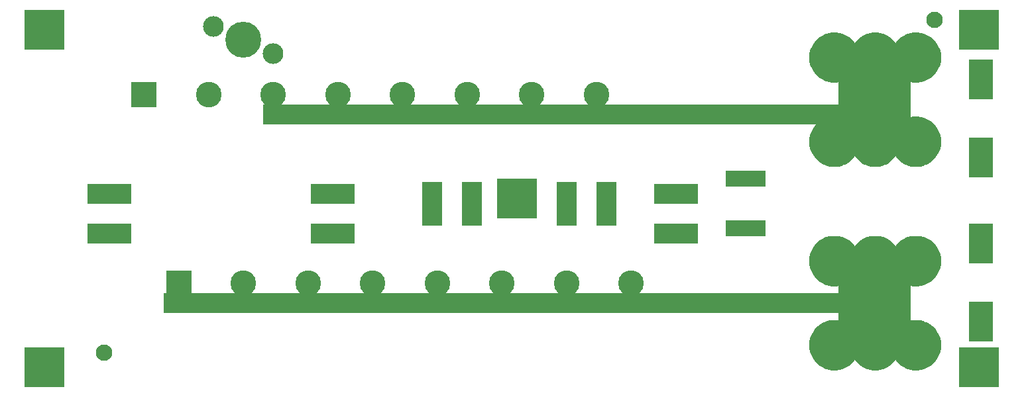
<source format=gbs>
*%FSLAX24Y24*%
*%MOIN*%
G01*
%ADD11C,0.0060*%
%ADD12C,0.0073*%
%ADD13C,0.0080*%
%ADD14C,0.0098*%
%ADD15C,0.0100*%
%ADD16C,0.0120*%
%ADD17C,0.0150*%
%ADD18C,0.0160*%
%ADD19C,0.0197*%
%ADD20C,0.0200*%
%ADD21C,0.0250*%
%ADD22C,0.0300*%
%ADD23C,0.0300*%
%ADD24C,0.0394*%
%ADD25C,0.0397*%
%ADD26C,0.0400*%
%ADD27C,0.0434*%
%ADD28C,0.0500*%
%ADD29C,0.0500*%
%ADD30C,0.0700*%
%ADD31C,0.0700*%
%ADD32C,0.0720*%
%ADD33C,0.0827*%
%ADD34C,0.0920*%
%ADD35C,0.1000*%
%ADD36C,0.1000*%
%ADD37C,0.1040*%
%ADD38C,0.1210*%
%ADD39C,0.1250*%
%ADD40C,0.1290*%
%ADD41C,0.1500*%
%ADD42C,0.1560*%
%ADD43C,0.1700*%
%ADD44C,0.1772*%
%ADD45C,0.1812*%
%ADD46C,0.2400*%
%ADD47C,0.2500*%
%ADD48C,0.2500*%
%ADD49R,0.0900X0.2100*%
%ADD50R,0.1000X0.1000*%
%ADD51R,0.1000X0.2200*%
%ADD52R,0.1040X0.2240*%
%ADD53R,0.1050X0.1800*%
%ADD54R,0.1050X0.1850*%
%ADD55R,0.1181X0.1969*%
%ADD56R,0.1221X0.2009*%
%ADD57R,0.1250X0.1250*%
%ADD58R,0.1290X0.1290*%
%ADD59R,0.1500X0.1500*%
%ADD60R,0.1700X0.1700*%
%ADD61R,0.1900X0.0700*%
%ADD62R,0.2000X0.0750*%
%ADD63R,0.2000X0.2000*%
%ADD64R,0.2040X0.0790*%
%ADD65R,0.2040X0.2040*%
%ADD66R,0.2100X0.0900*%
%ADD67R,0.2200X0.1000*%
%ADD68R,0.2200X0.2200*%
%ADD69R,0.2240X0.1040*%
%ADD70R,0.2500X0.2500*%
D27*
X60040Y28630D02*
D03*
X18290Y11880D02*
D03*
D31*
X58170Y22510D02*
X58171D01*
X58170D02*
X58180Y22373D01*
X58211Y22239D01*
X58261Y22111D01*
X58330Y21992D01*
X58416Y21884D01*
X58516Y21791D01*
X58630Y21713D01*
X58754Y21654D01*
X58885Y21613D01*
X59021Y21593D01*
X59159D01*
X59295Y21613D01*
X59426Y21654D01*
X59550Y21713D01*
X59664Y21791D01*
X59764Y21884D01*
X59850Y21992D01*
X59919Y22111D01*
X59969Y22239D01*
X60000Y22373D01*
X60010Y22510D01*
X60011D01*
X60010D02*
X60000Y22647D01*
X59969Y22781D01*
X59919Y22909D01*
X59850Y23028D01*
X59764Y23136D01*
X59664Y23229D01*
X59550Y23307D01*
X59426Y23366D01*
X59295Y23407D01*
X59159Y23427D01*
X59021D01*
X58885Y23407D01*
X58754Y23366D01*
X58630Y23307D01*
X58516Y23229D01*
X58416Y23136D01*
X58330Y23028D01*
X58261Y22909D01*
X58211Y22781D01*
X58180Y22647D01*
X58170Y22510D01*
X58850D02*
X58851D01*
X58850D02*
X58864Y22428D01*
X58906Y22356D01*
X58970Y22302D01*
X59048Y22274D01*
X59132D01*
X59210Y22302D01*
X59274Y22356D01*
X59316Y22428D01*
X59330Y22510D01*
X59331D01*
X59330D02*
X59316Y22592D01*
X59274Y22664D01*
X59210Y22718D01*
X59132Y22746D01*
X59048D01*
X58970Y22718D01*
X58906Y22664D01*
X58864Y22592D01*
X58850Y22510D01*
X58170Y26750D02*
X58171D01*
X58170D02*
X58180Y26613D01*
X58211Y26479D01*
X58261Y26351D01*
X58330Y26232D01*
X58416Y26124D01*
X58516Y26031D01*
X58630Y25953D01*
X58754Y25894D01*
X58885Y25853D01*
X59021Y25833D01*
X59159D01*
X59295Y25853D01*
X59426Y25894D01*
X59550Y25953D01*
X59664Y26031D01*
X59764Y26124D01*
X59850Y26232D01*
X59919Y26351D01*
X59969Y26479D01*
X60000Y26613D01*
X60010Y26750D01*
X60011D01*
X60010D02*
X60000Y26887D01*
X59969Y27021D01*
X59919Y27149D01*
X59850Y27268D01*
X59764Y27376D01*
X59664Y27469D01*
X59550Y27547D01*
X59426Y27606D01*
X59295Y27647D01*
X59159Y27667D01*
X59021D01*
X58885Y27647D01*
X58754Y27606D01*
X58630Y27547D01*
X58516Y27469D01*
X58416Y27376D01*
X58330Y27268D01*
X58261Y27149D01*
X58211Y27021D01*
X58180Y26887D01*
X58170Y26750D01*
X58850D02*
X58851D01*
X58850D02*
X58864Y26668D01*
X58906Y26596D01*
X58970Y26542D01*
X59048Y26514D01*
X59132D01*
X59210Y26542D01*
X59274Y26596D01*
X59316Y26668D01*
X59330Y26750D01*
X59331D01*
X59330D02*
X59316Y26832D01*
X59274Y26904D01*
X59210Y26958D01*
X59132Y26986D01*
X59048D01*
X58970Y26958D01*
X58906Y26904D01*
X58864Y26832D01*
X58850Y26750D01*
X56120D02*
X56121D01*
X56120D02*
X56130Y26613D01*
X56161Y26479D01*
X56211Y26351D01*
X56280Y26232D01*
X56366Y26124D01*
X56466Y26031D01*
X56580Y25953D01*
X56704Y25894D01*
X56835Y25853D01*
X56971Y25833D01*
X57109D01*
X57245Y25853D01*
X57376Y25894D01*
X57500Y25953D01*
X57614Y26031D01*
X57714Y26124D01*
X57800Y26232D01*
X57869Y26351D01*
X57919Y26479D01*
X57950Y26613D01*
X57960Y26750D01*
X57961D01*
X57960D02*
X57950Y26887D01*
X57919Y27021D01*
X57869Y27149D01*
X57800Y27268D01*
X57714Y27376D01*
X57614Y27469D01*
X57500Y27547D01*
X57376Y27606D01*
X57245Y27647D01*
X57109Y27667D01*
X56971D01*
X56835Y27647D01*
X56704Y27606D01*
X56580Y27547D01*
X56466Y27469D01*
X56366Y27376D01*
X56280Y27268D01*
X56211Y27149D01*
X56161Y27021D01*
X56130Y26887D01*
X56120Y26750D01*
X56800D02*
X56801D01*
X56800D02*
X56814Y26668D01*
X56856Y26596D01*
X56920Y26542D01*
X56998Y26514D01*
X57082D01*
X57160Y26542D01*
X57224Y26596D01*
X57266Y26668D01*
X57280Y26750D01*
X57281D01*
X57280D02*
X57266Y26832D01*
X57224Y26904D01*
X57160Y26958D01*
X57082Y26986D01*
X56998D01*
X56920Y26958D01*
X56856Y26904D01*
X56814Y26832D01*
X56800Y26750D01*
X56120Y22510D02*
X56121D01*
X56120D02*
X56130Y22373D01*
X56161Y22239D01*
X56211Y22111D01*
X56280Y21992D01*
X56366Y21884D01*
X56466Y21791D01*
X56580Y21713D01*
X56704Y21654D01*
X56835Y21613D01*
X56971Y21593D01*
X57109D01*
X57245Y21613D01*
X57376Y21654D01*
X57500Y21713D01*
X57614Y21791D01*
X57714Y21884D01*
X57800Y21992D01*
X57869Y22111D01*
X57919Y22239D01*
X57950Y22373D01*
X57960Y22510D01*
X57961D01*
X57960D02*
X57950Y22647D01*
X57919Y22781D01*
X57869Y22909D01*
X57800Y23028D01*
X57714Y23136D01*
X57614Y23229D01*
X57500Y23307D01*
X57376Y23366D01*
X57245Y23407D01*
X57109Y23427D01*
X56971D01*
X56835Y23407D01*
X56704Y23366D01*
X56580Y23307D01*
X56466Y23229D01*
X56366Y23136D01*
X56280Y23028D01*
X56211Y22909D01*
X56161Y22781D01*
X56130Y22647D01*
X56120Y22510D01*
X56800D02*
X56801D01*
X56800D02*
X56814Y22428D01*
X56856Y22356D01*
X56920Y22302D01*
X56998Y22274D01*
X57082D01*
X57160Y22302D01*
X57224Y22356D01*
X57266Y22428D01*
X57280Y22510D01*
X57281D01*
X57280D02*
X57266Y22592D01*
X57224Y22664D01*
X57160Y22718D01*
X57082Y22746D01*
X56998D01*
X56920Y22718D01*
X56856Y22664D01*
X56814Y22592D01*
X56800Y22510D01*
X54070D02*
X54071D01*
X54070D02*
X54080Y22373D01*
X54111Y22239D01*
X54161Y22111D01*
X54230Y21992D01*
X54316Y21884D01*
X54416Y21791D01*
X54530Y21713D01*
X54654Y21654D01*
X54785Y21613D01*
X54921Y21593D01*
X55059D01*
X55195Y21613D01*
X55326Y21654D01*
X55450Y21713D01*
X55564Y21791D01*
X55664Y21884D01*
X55750Y21992D01*
X55819Y22111D01*
X55869Y22239D01*
X55900Y22373D01*
X55910Y22510D01*
X55911D01*
X55910D02*
X55900Y22647D01*
X55869Y22781D01*
X55819Y22909D01*
X55750Y23028D01*
X55664Y23136D01*
X55564Y23229D01*
X55450Y23307D01*
X55326Y23366D01*
X55195Y23407D01*
X55059Y23427D01*
X54921D01*
X54785Y23407D01*
X54654Y23366D01*
X54530Y23307D01*
X54416Y23229D01*
X54316Y23136D01*
X54230Y23028D01*
X54161Y22909D01*
X54111Y22781D01*
X54080Y22647D01*
X54070Y22510D01*
X54750D02*
X54751D01*
X54750D02*
X54764Y22428D01*
X54806Y22356D01*
X54870Y22302D01*
X54948Y22274D01*
X55032D01*
X55110Y22302D01*
X55174Y22356D01*
X55216Y22428D01*
X55230Y22510D01*
X55231D01*
X55230D02*
X55216Y22592D01*
X55174Y22664D01*
X55110Y22718D01*
X55032Y22746D01*
X54948D01*
X54870Y22718D01*
X54806Y22664D01*
X54764Y22592D01*
X54750Y22510D01*
X54070Y26750D02*
X54071D01*
X54070D02*
X54080Y26613D01*
X54111Y26479D01*
X54161Y26351D01*
X54230Y26232D01*
X54316Y26124D01*
X54416Y26031D01*
X54530Y25953D01*
X54654Y25894D01*
X54785Y25853D01*
X54921Y25833D01*
X55059D01*
X55195Y25853D01*
X55326Y25894D01*
X55450Y25953D01*
X55564Y26031D01*
X55664Y26124D01*
X55750Y26232D01*
X55819Y26351D01*
X55869Y26479D01*
X55900Y26613D01*
X55910Y26750D01*
X55911D01*
X55910D02*
X55900Y26887D01*
X55869Y27021D01*
X55819Y27149D01*
X55750Y27268D01*
X55664Y27376D01*
X55564Y27469D01*
X55450Y27547D01*
X55326Y27606D01*
X55195Y27647D01*
X55059Y27667D01*
X54921D01*
X54785Y27647D01*
X54654Y27606D01*
X54530Y27547D01*
X54416Y27469D01*
X54316Y27376D01*
X54230Y27268D01*
X54161Y27149D01*
X54111Y27021D01*
X54080Y26887D01*
X54070Y26750D01*
X54750D02*
X54751D01*
X54750D02*
X54764Y26668D01*
X54806Y26596D01*
X54870Y26542D01*
X54948Y26514D01*
X55032D01*
X55110Y26542D01*
X55174Y26596D01*
X55216Y26668D01*
X55230Y26750D01*
X55231D01*
X55230D02*
X55216Y26832D01*
X55174Y26904D01*
X55110Y26958D01*
X55032Y26986D01*
X54948D01*
X54870Y26958D01*
X54806Y26904D01*
X54764Y26832D01*
X54750Y26750D01*
X58170Y12260D02*
X58171D01*
X58170D02*
X58180Y12123D01*
X58211Y11989D01*
X58261Y11861D01*
X58330Y11742D01*
X58416Y11634D01*
X58516Y11541D01*
X58630Y11463D01*
X58754Y11404D01*
X58885Y11363D01*
X59021Y11343D01*
X59159D01*
X59295Y11363D01*
X59426Y11404D01*
X59550Y11463D01*
X59664Y11541D01*
X59764Y11634D01*
X59850Y11742D01*
X59919Y11861D01*
X59969Y11989D01*
X60000Y12123D01*
X60010Y12260D01*
X60011D01*
X60010D02*
X60000Y12397D01*
X59969Y12531D01*
X59919Y12659D01*
X59850Y12778D01*
X59764Y12886D01*
X59664Y12979D01*
X59550Y13057D01*
X59426Y13116D01*
X59295Y13157D01*
X59159Y13177D01*
X59021D01*
X58885Y13157D01*
X58754Y13116D01*
X58630Y13057D01*
X58516Y12979D01*
X58416Y12886D01*
X58330Y12778D01*
X58261Y12659D01*
X58211Y12531D01*
X58180Y12397D01*
X58170Y12260D01*
X58850D02*
X58851D01*
X58850D02*
X58864Y12178D01*
X58906Y12106D01*
X58970Y12052D01*
X59048Y12024D01*
X59132D01*
X59210Y12052D01*
X59274Y12106D01*
X59316Y12178D01*
X59330Y12260D01*
X59331D01*
X59330D02*
X59316Y12342D01*
X59274Y12414D01*
X59210Y12468D01*
X59132Y12496D01*
X59048D01*
X58970Y12468D01*
X58906Y12414D01*
X58864Y12342D01*
X58850Y12260D01*
X58170Y16500D02*
X58171D01*
X58170D02*
X58180Y16363D01*
X58211Y16229D01*
X58261Y16101D01*
X58330Y15982D01*
X58416Y15874D01*
X58516Y15781D01*
X58630Y15703D01*
X58754Y15644D01*
X58885Y15603D01*
X59021Y15583D01*
X59159D01*
X59295Y15603D01*
X59426Y15644D01*
X59550Y15703D01*
X59664Y15781D01*
X59764Y15874D01*
X59850Y15982D01*
X59919Y16101D01*
X59969Y16229D01*
X60000Y16363D01*
X60010Y16500D01*
X60011D01*
X60010D02*
X60000Y16637D01*
X59969Y16771D01*
X59919Y16899D01*
X59850Y17018D01*
X59764Y17126D01*
X59664Y17219D01*
X59550Y17297D01*
X59426Y17356D01*
X59295Y17397D01*
X59159Y17417D01*
X59021D01*
X58885Y17397D01*
X58754Y17356D01*
X58630Y17297D01*
X58516Y17219D01*
X58416Y17126D01*
X58330Y17018D01*
X58261Y16899D01*
X58211Y16771D01*
X58180Y16637D01*
X58170Y16500D01*
X58850D02*
X58851D01*
X58850D02*
X58864Y16418D01*
X58906Y16346D01*
X58970Y16292D01*
X59048Y16264D01*
X59132D01*
X59210Y16292D01*
X59274Y16346D01*
X59316Y16418D01*
X59330Y16500D01*
X59331D01*
X59330D02*
X59316Y16582D01*
X59274Y16654D01*
X59210Y16708D01*
X59132Y16736D01*
X59048D01*
X58970Y16708D01*
X58906Y16654D01*
X58864Y16582D01*
X58850Y16500D01*
X56120D02*
X56121D01*
X56120D02*
X56130Y16363D01*
X56161Y16229D01*
X56211Y16101D01*
X56280Y15982D01*
X56366Y15874D01*
X56466Y15781D01*
X56580Y15703D01*
X56704Y15644D01*
X56835Y15603D01*
X56971Y15583D01*
X57109D01*
X57245Y15603D01*
X57376Y15644D01*
X57500Y15703D01*
X57614Y15781D01*
X57714Y15874D01*
X57800Y15982D01*
X57869Y16101D01*
X57919Y16229D01*
X57950Y16363D01*
X57960Y16500D01*
X57961D01*
X57960D02*
X57950Y16637D01*
X57919Y16771D01*
X57869Y16899D01*
X57800Y17018D01*
X57714Y17126D01*
X57614Y17219D01*
X57500Y17297D01*
X57376Y17356D01*
X57245Y17397D01*
X57109Y17417D01*
X56971D01*
X56835Y17397D01*
X56704Y17356D01*
X56580Y17297D01*
X56466Y17219D01*
X56366Y17126D01*
X56280Y17018D01*
X56211Y16899D01*
X56161Y16771D01*
X56130Y16637D01*
X56120Y16500D01*
X56800D02*
X56801D01*
X56800D02*
X56814Y16418D01*
X56856Y16346D01*
X56920Y16292D01*
X56998Y16264D01*
X57082D01*
X57160Y16292D01*
X57224Y16346D01*
X57266Y16418D01*
X57280Y16500D01*
X57281D01*
X57280D02*
X57266Y16582D01*
X57224Y16654D01*
X57160Y16708D01*
X57082Y16736D01*
X56998D01*
X56920Y16708D01*
X56856Y16654D01*
X56814Y16582D01*
X56800Y16500D01*
X56120Y12260D02*
X56121D01*
X56120D02*
X56130Y12123D01*
X56161Y11989D01*
X56211Y11861D01*
X56280Y11742D01*
X56366Y11634D01*
X56466Y11541D01*
X56580Y11463D01*
X56704Y11404D01*
X56835Y11363D01*
X56971Y11343D01*
X57109D01*
X57245Y11363D01*
X57376Y11404D01*
X57500Y11463D01*
X57614Y11541D01*
X57714Y11634D01*
X57800Y11742D01*
X57869Y11861D01*
X57919Y11989D01*
X57950Y12123D01*
X57960Y12260D01*
X57961D01*
X57960D02*
X57950Y12397D01*
X57919Y12531D01*
X57869Y12659D01*
X57800Y12778D01*
X57714Y12886D01*
X57614Y12979D01*
X57500Y13057D01*
X57376Y13116D01*
X57245Y13157D01*
X57109Y13177D01*
X56971D01*
X56835Y13157D01*
X56704Y13116D01*
X56580Y13057D01*
X56466Y12979D01*
X56366Y12886D01*
X56280Y12778D01*
X56211Y12659D01*
X56161Y12531D01*
X56130Y12397D01*
X56120Y12260D01*
X56800D02*
X56801D01*
X56800D02*
X56814Y12178D01*
X56856Y12106D01*
X56920Y12052D01*
X56998Y12024D01*
X57082D01*
X57160Y12052D01*
X57224Y12106D01*
X57266Y12178D01*
X57280Y12260D01*
X57281D01*
X57280D02*
X57266Y12342D01*
X57224Y12414D01*
X57160Y12468D01*
X57082Y12496D01*
X56998D01*
X56920Y12468D01*
X56856Y12414D01*
X56814Y12342D01*
X56800Y12260D01*
X54070D02*
X54071D01*
X54070D02*
X54080Y12123D01*
X54111Y11989D01*
X54161Y11861D01*
X54230Y11742D01*
X54316Y11634D01*
X54416Y11541D01*
X54530Y11463D01*
X54654Y11404D01*
X54785Y11363D01*
X54921Y11343D01*
X55059D01*
X55195Y11363D01*
X55326Y11404D01*
X55450Y11463D01*
X55564Y11541D01*
X55664Y11634D01*
X55750Y11742D01*
X55819Y11861D01*
X55869Y11989D01*
X55900Y12123D01*
X55910Y12260D01*
X55911D01*
X55910D02*
X55900Y12397D01*
X55869Y12531D01*
X55819Y12659D01*
X55750Y12778D01*
X55664Y12886D01*
X55564Y12979D01*
X55450Y13057D01*
X55326Y13116D01*
X55195Y13157D01*
X55059Y13177D01*
X54921D01*
X54785Y13157D01*
X54654Y13116D01*
X54530Y13057D01*
X54416Y12979D01*
X54316Y12886D01*
X54230Y12778D01*
X54161Y12659D01*
X54111Y12531D01*
X54080Y12397D01*
X54070Y12260D01*
X54750D02*
X54751D01*
X54750D02*
X54764Y12178D01*
X54806Y12106D01*
X54870Y12052D01*
X54948Y12024D01*
X55032D01*
X55110Y12052D01*
X55174Y12106D01*
X55216Y12178D01*
X55230Y12260D01*
X55231D01*
X55230D02*
X55216Y12342D01*
X55174Y12414D01*
X55110Y12468D01*
X55032Y12496D01*
X54948D01*
X54870Y12468D01*
X54806Y12414D01*
X54764Y12342D01*
X54750Y12260D01*
X54070Y16500D02*
X54071D01*
X54070D02*
X54080Y16363D01*
X54111Y16229D01*
X54161Y16101D01*
X54230Y15982D01*
X54316Y15874D01*
X54416Y15781D01*
X54530Y15703D01*
X54654Y15644D01*
X54785Y15603D01*
X54921Y15583D01*
X55059D01*
X55195Y15603D01*
X55326Y15644D01*
X55450Y15703D01*
X55564Y15781D01*
X55664Y15874D01*
X55750Y15982D01*
X55819Y16101D01*
X55869Y16229D01*
X55900Y16363D01*
X55910Y16500D01*
X55911D01*
X55910D02*
X55900Y16637D01*
X55869Y16771D01*
X55819Y16899D01*
X55750Y17018D01*
X55664Y17126D01*
X55564Y17219D01*
X55450Y17297D01*
X55326Y17356D01*
X55195Y17397D01*
X55059Y17417D01*
X54921D01*
X54785Y17397D01*
X54654Y17356D01*
X54530Y17297D01*
X54416Y17219D01*
X54316Y17126D01*
X54230Y17018D01*
X54161Y16899D01*
X54111Y16771D01*
X54080Y16637D01*
X54070Y16500D01*
X54750D02*
X54751D01*
X54750D02*
X54764Y16418D01*
X54806Y16346D01*
X54870Y16292D01*
X54948Y16264D01*
X55032D01*
X55110Y16292D01*
X55174Y16346D01*
X55216Y16418D01*
X55230Y16500D01*
X55231D01*
X55230D02*
X55216Y16582D01*
X55174Y16654D01*
X55110Y16708D01*
X55032Y16736D01*
X54948D01*
X54870Y16708D01*
X54806Y16654D01*
X54764Y16582D01*
X54750Y16500D01*
D33*
X60040Y28630D02*
D03*
X18290Y11880D02*
D03*
D37*
X26790Y26949D02*
D03*
X23790Y28311D02*
D03*
D40*
X30040Y24880D02*
D03*
X43040D02*
D03*
X39790D02*
D03*
X36540D02*
D03*
X33290D02*
D03*
X26790D02*
D03*
X23540D02*
D03*
X31790Y15380D02*
D03*
X44790D02*
D03*
X41540D02*
D03*
X38290D02*
D03*
X35040D02*
D03*
X28540D02*
D03*
X25290D02*
D03*
D45*
Y27630D02*
D03*
D50*
X21790Y14380D02*
X55540D01*
Y23880D02*
X26790D01*
D52*
X43540Y19380D02*
D03*
X41540D02*
D03*
X36790D02*
D03*
X34790D02*
D03*
D56*
X62365Y25630D02*
D03*
Y21693D02*
D03*
Y17380D02*
D03*
Y13443D02*
D03*
D58*
X20290Y24880D02*
D03*
X22040Y15380D02*
D03*
D64*
X50540Y18130D02*
D03*
Y20630D02*
D03*
D65*
X15290Y28130D02*
D03*
X62290D02*
D03*
Y11130D02*
D03*
X39040Y19630D02*
D03*
X15290Y11130D02*
D03*
D69*
X47040Y19880D02*
D03*
Y17880D02*
D03*
X29790Y19880D02*
D03*
Y17880D02*
D03*
X18540Y19880D02*
D03*
Y17880D02*
D03*
D70*
X56470Y24060D02*
X57610D01*
Y25200D01*
X56470D01*
Y24060D01*
Y13810D02*
X57610D01*
Y14950D01*
X56470D01*
Y13810D01*
D02*
M02*

</source>
